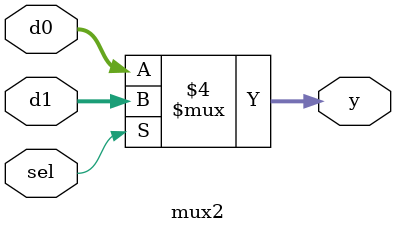
<source format=v>
module mux2(d0,d1,sel,y);
 input [7:0]d0;
 input [7:0]d1;
 input sel;
 output reg [7:0]y;
 always@(*) begin
  if(!sel) begin
   y=d0;
  end
  else begin
   y=d1;
  end
 end
endmodule
</source>
